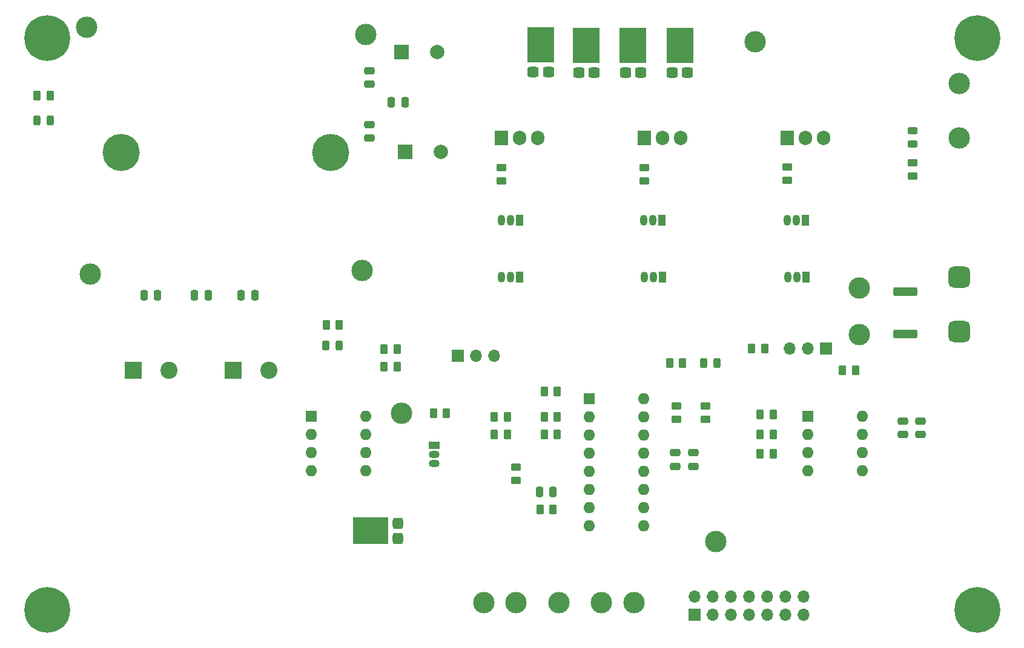
<source format=gts>
%TF.GenerationSoftware,KiCad,Pcbnew,8.0.0*%
%TF.CreationDate,2024-04-03T13:41:32-04:00*%
%TF.ProjectId,SurgicalLightBoostConverterModule,53757267-6963-4616-9c4c-69676874426f,rev?*%
%TF.SameCoordinates,Original*%
%TF.FileFunction,Soldermask,Top*%
%TF.FilePolarity,Negative*%
%FSLAX46Y46*%
G04 Gerber Fmt 4.6, Leading zero omitted, Abs format (unit mm)*
G04 Created by KiCad (PCBNEW 8.0.0) date 2024-04-03 13:41:32*
%MOMM*%
%LPD*%
G01*
G04 APERTURE LIST*
G04 Aperture macros list*
%AMRoundRect*
0 Rectangle with rounded corners*
0 $1 Rounding radius*
0 $2 $3 $4 $5 $6 $7 $8 $9 X,Y pos of 4 corners*
0 Add a 4 corners polygon primitive as box body*
4,1,4,$2,$3,$4,$5,$6,$7,$8,$9,$2,$3,0*
0 Add four circle primitives for the rounded corners*
1,1,$1+$1,$2,$3*
1,1,$1+$1,$4,$5*
1,1,$1+$1,$6,$7*
1,1,$1+$1,$8,$9*
0 Add four rect primitives between the rounded corners*
20,1,$1+$1,$2,$3,$4,$5,0*
20,1,$1+$1,$4,$5,$6,$7,0*
20,1,$1+$1,$6,$7,$8,$9,0*
20,1,$1+$1,$8,$9,$2,$3,0*%
G04 Aperture macros list end*
%ADD10RoundRect,0.250000X-0.262500X-0.450000X0.262500X-0.450000X0.262500X0.450000X-0.262500X0.450000X0*%
%ADD11R,1.600000X1.600000*%
%ADD12O,1.600000X1.600000*%
%ADD13R,1.050000X1.500000*%
%ADD14O,1.050000X1.500000*%
%ADD15C,3.000000*%
%ADD16RoundRect,0.250000X-0.450000X0.262500X-0.450000X-0.262500X0.450000X-0.262500X0.450000X0.262500X0*%
%ADD17RoundRect,0.250000X0.450000X-0.262500X0.450000X0.262500X-0.450000X0.262500X-0.450000X-0.262500X0*%
%ADD18RoundRect,0.250000X0.262500X0.450000X-0.262500X0.450000X-0.262500X-0.450000X0.262500X-0.450000X0*%
%ADD19R,2.400000X2.400000*%
%ADD20C,2.400000*%
%ADD21RoundRect,0.250000X0.475000X-0.250000X0.475000X0.250000X-0.475000X0.250000X-0.475000X-0.250000X0*%
%ADD22RoundRect,0.250000X0.250000X0.475000X-0.250000X0.475000X-0.250000X-0.475000X0.250000X-0.475000X0*%
%ADD23RoundRect,0.243750X-0.456250X0.243750X-0.456250X-0.243750X0.456250X-0.243750X0.456250X0.243750X0*%
%ADD24R,1.500000X1.050000*%
%ADD25O,1.500000X1.050000*%
%ADD26R,1.700000X1.700000*%
%ADD27O,1.700000X1.700000*%
%ADD28RoundRect,0.250000X-0.250000X-0.475000X0.250000X-0.475000X0.250000X0.475000X-0.250000X0.475000X0*%
%ADD29RoundRect,0.360000X-0.440000X0.360000X-0.440000X-0.360000X0.440000X-0.360000X0.440000X0.360000X0*%
%ADD30R,3.800000X4.960000*%
%ADD31C,5.200000*%
%ADD32RoundRect,0.360000X-0.360000X-0.440000X0.360000X-0.440000X0.360000X0.440000X-0.360000X0.440000X0*%
%ADD33R,4.960000X3.800000*%
%ADD34R,1.905000X2.000000*%
%ADD35O,1.905000X2.000000*%
%ADD36RoundRect,0.250000X-0.475000X0.250000X-0.475000X-0.250000X0.475000X-0.250000X0.475000X0.250000X0*%
%ADD37R,2.000000X2.000000*%
%ADD38C,2.000000*%
%ADD39C,3.600000*%
%ADD40C,6.400000*%
%ADD41RoundRect,0.243750X0.243750X0.456250X-0.243750X0.456250X-0.243750X-0.456250X0.243750X-0.456250X0*%
%ADD42RoundRect,0.750000X0.750000X-0.750000X0.750000X0.750000X-0.750000X0.750000X-0.750000X-0.750000X0*%
%ADD43RoundRect,0.250000X-1.425000X0.362500X-1.425000X-0.362500X1.425000X-0.362500X1.425000X0.362500X0*%
G04 APERTURE END LIST*
D10*
%TO.C,R15*%
X94500000Y-80500000D03*
X96325000Y-80500000D03*
%TD*%
%TO.C,R16*%
X72087500Y-71000000D03*
X73912500Y-71000000D03*
%TD*%
%TO.C,R9*%
X87500000Y-78000000D03*
X89325000Y-78000000D03*
%TD*%
D11*
%TO.C,U1*%
X100735000Y-75500000D03*
D12*
X100735000Y-78040000D03*
X100735000Y-80580000D03*
X100735000Y-83120000D03*
X100735000Y-85660000D03*
X100735000Y-88200000D03*
X100735000Y-90740000D03*
X100735000Y-93280000D03*
X108355000Y-93280000D03*
X108355000Y-90740000D03*
X108355000Y-88200000D03*
X108355000Y-85660000D03*
X108355000Y-83120000D03*
X108355000Y-80580000D03*
X108355000Y-78040000D03*
X108355000Y-75500000D03*
%TD*%
D13*
%TO.C,Q1*%
X91000000Y-50500000D03*
D14*
X89730000Y-50500000D03*
X88460000Y-50500000D03*
%TD*%
D15*
%TO.C,TP6*%
X74500000Y-77500000D03*
%TD*%
D16*
%TO.C,R22*%
X113000000Y-76500000D03*
X113000000Y-78325000D03*
%TD*%
D17*
%TO.C,R4*%
X88500000Y-45000000D03*
X88500000Y-43175000D03*
%TD*%
D18*
%TO.C,R8*%
X65825000Y-65150000D03*
X64000000Y-65150000D03*
%TD*%
D19*
%TO.C,C1*%
X37000000Y-71500000D03*
D20*
X42000000Y-71500000D03*
%TD*%
D15*
%TO.C,TP13*%
X138500000Y-66500000D03*
%TD*%
D18*
%TO.C,R21*%
X126500000Y-83220000D03*
X124675000Y-83220000D03*
%TD*%
D21*
%TO.C,C12*%
X112825000Y-84950000D03*
X112825000Y-83050000D03*
%TD*%
D10*
%TO.C,R7*%
X112000000Y-70500000D03*
X113825000Y-70500000D03*
%TD*%
D22*
%TO.C,C13*%
X95725000Y-88500000D03*
X93825000Y-88500000D03*
%TD*%
D13*
%TO.C,Q9*%
X131040000Y-58500000D03*
D14*
X129770000Y-58500000D03*
X128500000Y-58500000D03*
%TD*%
D23*
%TO.C,D3*%
X146000000Y-38000000D03*
X146000000Y-39875000D03*
%TD*%
D24*
%TO.C,Q10*%
X79105000Y-81960000D03*
D25*
X79105000Y-83230000D03*
X79105000Y-84500000D03*
%TD*%
D26*
%TO.C,J1*%
X115500000Y-105740000D03*
D27*
X115500000Y-103200000D03*
X118040000Y-105740000D03*
X118040000Y-103200000D03*
X120580000Y-105740000D03*
X120580000Y-103200000D03*
X123120000Y-105740000D03*
X123120000Y-103200000D03*
X125660000Y-105740000D03*
X125660000Y-103200000D03*
X128200000Y-105740000D03*
X128200000Y-103200000D03*
X130740000Y-105740000D03*
X130740000Y-103200000D03*
%TD*%
D17*
%TO.C,R5*%
X108460000Y-45000000D03*
X108460000Y-43175000D03*
%TD*%
D21*
%TO.C,C11*%
X115325000Y-84950000D03*
X115325000Y-83050000D03*
%TD*%
D18*
%TO.C,R25*%
X125325000Y-68460000D03*
X123500000Y-68460000D03*
%TD*%
%TO.C,R3*%
X25390000Y-33087500D03*
X23565000Y-33087500D03*
%TD*%
D28*
%TO.C,C7*%
X52100000Y-61000000D03*
X54000000Y-61000000D03*
%TD*%
D17*
%TO.C,R2*%
X146000000Y-44287500D03*
X146000000Y-42462500D03*
%TD*%
D29*
%TO.C,D5*%
X105840000Y-29830000D03*
X107970000Y-29830000D03*
D30*
X106905000Y-26030000D03*
%TD*%
D31*
%TO.C,L1*%
X35350000Y-41000000D03*
X64650000Y-41000000D03*
%TD*%
D32*
%TO.C,D9*%
X73980000Y-95015000D03*
X73980000Y-92885000D03*
D33*
X70180000Y-93950000D03*
%TD*%
D34*
%TO.C,Q4*%
X88500000Y-39000000D03*
D35*
X91040000Y-39000000D03*
X93580000Y-39000000D03*
%TD*%
D15*
%TO.C,TP1*%
X30500000Y-23500000D03*
%TD*%
D16*
%TO.C,R17*%
X90500000Y-85087500D03*
X90500000Y-86912500D03*
%TD*%
D34*
%TO.C,Q5*%
X108460000Y-39000000D03*
D35*
X111000000Y-39000000D03*
X113540000Y-39000000D03*
%TD*%
D13*
%TO.C,Q7*%
X91040000Y-58500000D03*
D14*
X89770000Y-58500000D03*
X88500000Y-58500000D03*
%TD*%
D11*
%TO.C,U2*%
X61880000Y-77960000D03*
D12*
X61880000Y-80500000D03*
X61880000Y-83040000D03*
X61880000Y-85580000D03*
X69500000Y-85580000D03*
X69500000Y-83040000D03*
X69500000Y-80500000D03*
X69500000Y-77960000D03*
%TD*%
D28*
%TO.C,C5*%
X38500000Y-61000000D03*
X40400000Y-61000000D03*
%TD*%
D18*
%TO.C,R13*%
X96317500Y-74500000D03*
X94492500Y-74500000D03*
%TD*%
D13*
%TO.C,Q2*%
X110960000Y-50500000D03*
D14*
X109690000Y-50500000D03*
X108420000Y-50500000D03*
%TD*%
D29*
%TO.C,D2*%
X99290000Y-29830000D03*
X101420000Y-29830000D03*
D30*
X100355000Y-26030000D03*
%TD*%
D15*
%TO.C,TP12*%
X107000000Y-104000000D03*
%TD*%
D10*
%TO.C,R12*%
X94500000Y-78000000D03*
X96325000Y-78000000D03*
%TD*%
D36*
%TO.C,C14*%
X147125000Y-78600000D03*
X147125000Y-80500000D03*
%TD*%
D10*
%TO.C,R24*%
X124675000Y-80500000D03*
X126500000Y-80500000D03*
%TD*%
D15*
%TO.C,TP8*%
X90500000Y-104000000D03*
%TD*%
%TO.C,TP3*%
X69000000Y-57500000D03*
%TD*%
D17*
%TO.C,R20*%
X117000000Y-78325000D03*
X117000000Y-76500000D03*
%TD*%
%TO.C,R6*%
X128460000Y-44912500D03*
X128460000Y-43087500D03*
%TD*%
D37*
%TO.C,C4*%
X75000000Y-40923959D03*
D38*
X80000000Y-40923959D03*
%TD*%
D13*
%TO.C,Q3*%
X131000000Y-50500000D03*
D14*
X129730000Y-50500000D03*
X128460000Y-50500000D03*
%TD*%
D10*
%TO.C,R10*%
X79000000Y-77500000D03*
X80825000Y-77500000D03*
%TD*%
D15*
%TO.C,TP2*%
X69500000Y-24500000D03*
%TD*%
D39*
%TO.C,H3*%
X25000000Y-105000000D03*
D40*
X25000000Y-105000000D03*
%TD*%
D41*
%TO.C,D7*%
X118660000Y-70500000D03*
X116785000Y-70500000D03*
%TD*%
D15*
%TO.C,TP4*%
X31000000Y-58000000D03*
%TD*%
D28*
%TO.C,C6*%
X45600000Y-61000000D03*
X47500000Y-61000000D03*
%TD*%
D41*
%TO.C,D8*%
X65825000Y-68000000D03*
X63950000Y-68000000D03*
%TD*%
D36*
%TO.C,C8*%
X70050000Y-29550000D03*
X70050000Y-31450000D03*
%TD*%
D18*
%TO.C,R11*%
X73912500Y-68500000D03*
X72087500Y-68500000D03*
%TD*%
D34*
%TO.C,Q6*%
X128460000Y-39000000D03*
D35*
X131000000Y-39000000D03*
X133540000Y-39000000D03*
%TD*%
D42*
%TO.C,F1*%
X152500000Y-66100000D03*
X152500000Y-58500000D03*
D15*
X152500000Y-39000000D03*
X152500000Y-31400000D03*
%TD*%
D13*
%TO.C,Q8*%
X111040000Y-58500000D03*
D14*
X109770000Y-58500000D03*
X108500000Y-58500000D03*
%TD*%
D39*
%TO.C,H1*%
X155000000Y-25000000D03*
D40*
X155000000Y-25000000D03*
%TD*%
D29*
%TO.C,D1*%
X92935000Y-29780000D03*
X95065000Y-29780000D03*
D30*
X94000000Y-25980000D03*
%TD*%
D43*
%TO.C,R1*%
X145000000Y-60500000D03*
X145000000Y-66425000D03*
%TD*%
D28*
%TO.C,C10*%
X73100000Y-34000000D03*
X75000000Y-34000000D03*
%TD*%
D15*
%TO.C,TP5*%
X124000000Y-25500000D03*
%TD*%
%TO.C,TP10*%
X96500000Y-104000000D03*
%TD*%
D36*
%TO.C,C15*%
X144625000Y-78600000D03*
X144625000Y-80500000D03*
%TD*%
D15*
%TO.C,TP7*%
X86000000Y-104000000D03*
%TD*%
D37*
%TO.C,C3*%
X74500000Y-26923959D03*
D38*
X79500000Y-26923959D03*
%TD*%
D18*
%TO.C,R23*%
X138000000Y-71500000D03*
X136175000Y-71500000D03*
%TD*%
D39*
%TO.C,H2*%
X25000000Y-25000000D03*
D40*
X25000000Y-25000000D03*
%TD*%
D15*
%TO.C,TP11*%
X138500000Y-60000000D03*
%TD*%
%TO.C,TP14*%
X102500000Y-104000000D03*
%TD*%
D11*
%TO.C,U3*%
X131325000Y-77920000D03*
D12*
X131325000Y-80460000D03*
X131325000Y-83000000D03*
X131325000Y-85540000D03*
X138945000Y-85540000D03*
X138945000Y-83000000D03*
X138945000Y-80460000D03*
X138945000Y-77920000D03*
%TD*%
D39*
%TO.C,H4*%
X155000000Y-105000000D03*
D40*
X155000000Y-105000000D03*
%TD*%
D18*
%TO.C,R19*%
X126500000Y-77720000D03*
X124675000Y-77720000D03*
%TD*%
D19*
%TO.C,C2*%
X51000000Y-71500000D03*
D20*
X56000000Y-71500000D03*
%TD*%
D18*
%TO.C,R14*%
X89325000Y-80500000D03*
X87500000Y-80500000D03*
%TD*%
D36*
%TO.C,C9*%
X70000000Y-37100000D03*
X70000000Y-39000000D03*
%TD*%
D15*
%TO.C,TP9*%
X118500000Y-95500000D03*
%TD*%
D29*
%TO.C,D6*%
X112385000Y-29830000D03*
X114515000Y-29830000D03*
D30*
X113450000Y-26030000D03*
%TD*%
D18*
%TO.C,R18*%
X95725000Y-91000000D03*
X93900000Y-91000000D03*
%TD*%
D41*
%TO.C,D4*%
X25437500Y-36500000D03*
X23562500Y-36500000D03*
%TD*%
D26*
%TO.C,RV2*%
X133875000Y-68460000D03*
D27*
X131335000Y-68460000D03*
X128795000Y-68460000D03*
%TD*%
D26*
%TO.C,RV1*%
X82420000Y-69500000D03*
D27*
X84960000Y-69500000D03*
X87500000Y-69500000D03*
%TD*%
M02*

</source>
